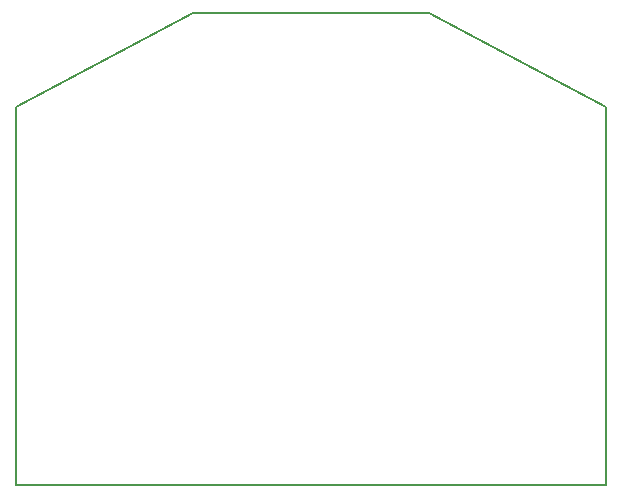
<source format=gm1>
G04 #@! TF.FileFunction,Profile,NP*
%FSLAX46Y46*%
G04 Gerber Fmt 4.6, Leading zero omitted, Abs format (unit mm)*
G04 Created by KiCad (PCBNEW 4.0.6) date 03/12/17 16:14:44*
%MOMM*%
%LPD*%
G01*
G04 APERTURE LIST*
%ADD10C,0.100000*%
%ADD11C,0.150000*%
G04 APERTURE END LIST*
D10*
D11*
X50000000Y-63000000D02*
X50000000Y-95000000D01*
X65000000Y-55000000D02*
X50000000Y-63000000D01*
X100000000Y-63000000D02*
X100000000Y-95000000D01*
X85000000Y-55000000D02*
X100000000Y-63000000D01*
X65000000Y-55000000D02*
X85000000Y-55000000D01*
X100000000Y-95000000D02*
X50000000Y-95000000D01*
M02*

</source>
